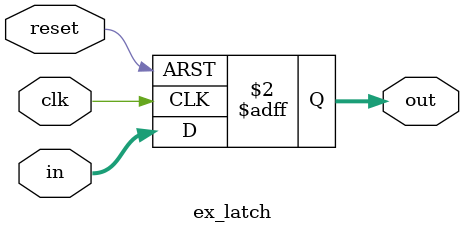
<source format=v>
`timescale 1ns / 1ps


module ex_latch #(parameter WIDTH = 32) (
    input wire clk,
    input wire reset,
    input wire [WIDTH-1:0] in,
    output reg [WIDTH-1:0] out
    );
    
    always @(posedge clk or posedge reset) begin
        if (reset)
            out <= 0;
        else
            out <= in;
    end
endmodule

</source>
